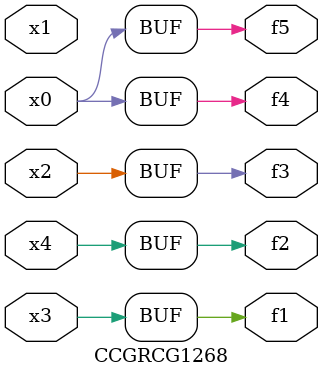
<source format=v>
module CCGRCG1268(
	input x0, x1, x2, x3, x4,
	output f1, f2, f3, f4, f5
);
	assign f1 = x3;
	assign f2 = x4;
	assign f3 = x2;
	assign f4 = x0;
	assign f5 = x0;
endmodule

</source>
